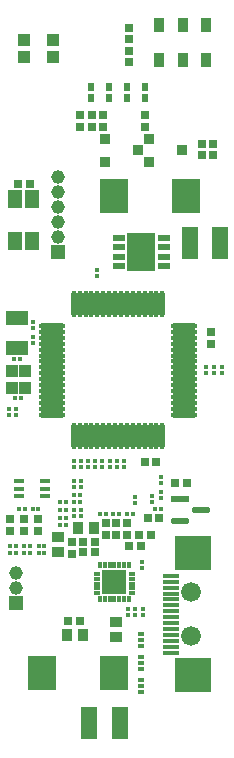
<source format=gbr>
%FSTAX26Y26*%
%MOMM*%
%SFA1B1*%

%IPPOS*%
%AMD35*
4,1,8,0.500380,0.287020,-0.500380,0.287020,-0.787400,0.000000,-0.787400,0.000000,-0.500380,-0.287020,0.500380,-0.287020,0.787400,0.000000,0.787400,0.000000,0.500380,0.287020,0.0*
1,1,0.572120,0.500380,0.000000*
1,1,0.572120,-0.500380,0.000000*
1,1,0.572120,-0.500380,0.000000*
1,1,0.572120,0.500380,0.000000*
%
%AMD70*
4,1,8,-0.294640,0.050800,-0.294640,-0.050800,-0.185420,-0.160020,0.185420,-0.160020,0.294640,-0.050800,0.294640,0.050800,0.185420,0.160020,-0.185420,0.160020,-0.294640,0.050800,0.0*
1,1,0.220000,-0.185420,0.050800*
1,1,0.220000,-0.185420,-0.050800*
1,1,0.220000,0.185420,-0.050800*
1,1,0.220000,0.185420,0.050800*
%
%AMD71*
4,1,8,-0.050800,-0.294640,0.050800,-0.294640,0.160020,-0.185420,0.160020,0.185420,0.050800,0.294640,-0.050800,0.294640,-0.160020,0.185420,-0.160020,-0.185420,-0.050800,-0.294640,0.0*
1,1,0.220000,-0.050800,-0.185420*
1,1,0.220000,0.050800,-0.185420*
1,1,0.220000,0.050800,0.185420*
1,1,0.220000,-0.050800,0.185420*
%
%ADD14R,0.599999X0.374999*%
%ADD15R,0.599999X0.376999*%
%ADD26R,2.399995X2.899994*%
%ADD27R,1.399997X2.799994*%
%ADD30R,0.899998X0.399999*%
G04~CAMADD=35~8~0.0~0.0~619.6~225.2~112.6~0.0~15~0.0~0.0~0.0~0.0~0~0.0~0.0~0.0~0.0~0~0.0~0.0~0.0~0.0~619.6~225.2*
%ADD35D35*%
%ADD36R,1.573897X0.572129*%
%ADD38R,0.499999X0.699999*%
%ADD65R,1.102398X0.502399*%
%ADD66R,2.452395X3.252393*%
%ADD67R,1.202398X1.552397*%
%ADD68R,1.027398X1.052398*%
%ADD69R,0.952398X0.922398*%
G04~CAMADD=70~8~0.0~0.0~126.0~232.3~43.3~0.0~15~0.0~0.0~0.0~0.0~0~0.0~0.0~0.0~0.0~0~0.0~0.0~0.0~90.0~233.0~126.0*
%ADD70D70*%
G04~CAMADD=71~8~0.0~0.0~126.0~232.3~43.3~0.0~15~0.0~0.0~0.0~0.0~0~0.0~0.0~0.0~0.0~0~0.0~0.0~0.0~180.0~126.0~232.0*
%ADD71D71*%
%ADD72R,2.019996X2.019996*%
%ADD73R,0.999998X0.849998*%
%ADD74R,0.849998X0.999998*%
%ADD75R,0.699999X0.699999*%
%ADD76R,0.699999X0.699999*%
%ADD77R,0.399999X0.349999*%
%ADD78R,0.349999X0.399999*%
%ADD79O,2.252395X0.452399*%
%ADD80O,0.452399X2.252395*%
%ADD81R,3.152394X2.852394*%
%ADD82R,1.352397X0.452399*%
%ADD83R,1.952396X1.152398*%
%ADD84R,1.002398X1.102398*%
%ADD85R,0.872398X1.232398*%
%ADD86C,1.152398*%
%ADD87R,1.152398X1.152398*%
%ADD88C,1.676397*%
%LNpcb_soldermask_top-1*%
%LPD*%
G54D14*
X11726595Y06858D03*
Y07366D03*
X1172657Y087884D03*
Y092964D03*
X11726595Y107188D03*
Y112268D03*
G54D15*
X11726595Y0635D03*
X1172657Y082804D03*
X11726595Y102108D03*
G54D26*
X03325393Y079502D03*
X09425381D03*
X15521381Y483108D03*
X09421393D03*
G54D27*
X07335977Y03683D03*
X09935997D03*
X18470397Y443484D03*
X15870377D03*
G54D30*
X03614597Y22895788D03*
Y235458D03*
Y24195786D03*
X01414576D03*
Y235458D03*
Y22895788D03*
G54D35*
X15091232Y20792389D03*
X16861942Y217424D03*
G54D36*
X15091232Y22692385D03*
G54D38*
X10541Y56649188D03*
X12065025Y56641974D03*
Y57541972D03*
X10541Y57549186D03*
X090424D03*
X07543825Y57567372D03*
Y56667349D03*
X090424Y56649188D03*
G54D65*
X136652Y42405579D03*
Y43205577D03*
Y44005576D03*
Y448056D03*
X09865182D03*
Y44005576D03*
Y43205577D03*
Y42405579D03*
G54D66*
X11765178Y43605577D03*
G54D67*
X02553792Y44504178D03*
Y48104196D03*
X01103782D03*
Y44504178D03*
G54D68*
X04285488Y60132976D03*
Y61532998D03*
X01810486D03*
Y60132976D03*
G54D69*
X12447574Y51236981D03*
Y53156993D03*
X11453799Y52197D03*
X08713774Y53156993D03*
Y51236981D03*
X15187599Y52197D03*
G54D70*
X08034578Y14724608D03*
Y15124607D03*
Y15524581D03*
Y1592458D03*
Y1632458D03*
X10964595D03*
Y1592458D03*
Y15524581D03*
Y15124607D03*
Y14724608D03*
G54D71*
X08299577Y14189583D03*
X08699576D03*
X09099575D03*
X094996D03*
X09899599D03*
X10299598D03*
X10699597D03*
Y171196D03*
X10299598D03*
X09899599D03*
X094996D03*
X09099575D03*
X08699576D03*
X08299577D03*
G54D72*
X094996Y15654578D03*
G54D73*
X096012Y10983188D03*
Y12283186D03*
X04724374Y18165394D03*
Y19465391D03*
G54D74*
X05496788Y112014D03*
X06796786D03*
X07751597Y20226578D03*
X064516D03*
G54D75*
X05545175Y123698D03*
X06545199D03*
X10752175Y18742177D03*
X11752199D03*
X12615799Y196596D03*
X13301599Y211074D03*
X15638399Y24003D03*
X13047599Y258064D03*
X14638375Y24003D03*
X12047575Y258064D03*
X07840599Y19083578D03*
Y18194578D03*
X11615775Y196596D03*
X12301575Y211074D03*
X06840601Y19083578D03*
X06840575Y18194578D03*
X02328799Y493776D03*
X01328775D03*
X16873575Y518414D03*
X17873599D03*
Y527304D03*
X16873575D03*
G54D76*
X05867374Y18059196D03*
X08763Y19621779D03*
X09651974Y19613778D03*
Y20613776D03*
X08763Y20621777D03*
X10541Y20613776D03*
Y19613778D03*
X05867374Y19059169D03*
X03048Y19997801D03*
Y20997799D03*
X01854174Y20997773D03*
Y19997775D03*
X006604D03*
Y20997799D03*
X176784Y35847375D03*
Y36847399D03*
X12065Y54160775D03*
Y55160799D03*
X10726978Y59641181D03*
Y60641179D03*
Y61596981D03*
Y62596979D03*
X06604Y55160799D03*
Y54160775D03*
X075692D03*
X085344D03*
Y55160799D03*
X075692D03*
G54D77*
X106172Y12830987D03*
Y13330986D03*
X112776D03*
Y12830987D03*
X119126D03*
Y13330986D03*
X11835155Y16824401D03*
Y173244D03*
X127Y22457587D03*
Y22957586D03*
X134366Y22762387D03*
Y23262386D03*
Y24032387D03*
Y24532386D03*
X103124Y254254D03*
Y25925399D03*
X112014Y22855986D03*
Y22355987D03*
X097028Y25429387D03*
Y25929386D03*
X090932Y25925399D03*
Y254254D03*
X084836D03*
Y25925399D03*
X07874D03*
Y254254D03*
X072644D03*
Y25925399D03*
X066548D03*
Y254254D03*
X060452D03*
Y25925399D03*
X060706Y24176786D03*
X067056D03*
Y23676787D03*
X060706D03*
Y21738386D03*
X067056D03*
Y21238387D03*
X060706D03*
X011938Y297942D03*
Y30294199D03*
X005588D03*
Y297942D03*
X025654Y35894187D03*
Y36394186D03*
Y37138787D03*
Y37638786D03*
X080518Y41583787D03*
Y42083786D03*
X17272Y33824799D03*
Y33324799D03*
X179578D03*
Y33824799D03*
X186436D03*
Y33324799D03*
G54D78*
X03077387Y181102D03*
X03577386D03*
Y187452D03*
X03077387D03*
X05431586Y20447D03*
Y21082D03*
X08258987Y21394978D03*
X08758986D03*
X09401987D03*
X09901986D03*
X10544987Y213868D03*
X11044986D03*
X12932587Y21844D03*
X13432586D03*
X06574586Y224028D03*
X06074587D03*
Y230378D03*
X06574586D03*
X05431586Y224028D03*
Y21717D03*
X04931587D03*
Y224028D03*
X03065399Y218186D03*
X025654D03*
X04931587Y21082D03*
Y20447D03*
X01926386Y218186D03*
X01426387D03*
X01189786Y187452D03*
X00689787D03*
Y181102D03*
X01189786D03*
X01883587D03*
X02383586D03*
Y187452D03*
X01883587D03*
X01602359Y31201715D03*
X0110236D03*
X01019987Y345186D03*
X01519986D03*
G54D79*
X1540482Y29827296D03*
Y30327295D03*
Y30827294D03*
Y31327293D03*
Y31827292D03*
Y32327291D03*
Y3282729D03*
Y33327314D03*
Y33827288D03*
Y34327287D03*
Y34827286D03*
Y35327285D03*
Y35827309D03*
Y36327308D03*
Y36827307D03*
Y37327281D03*
X04204817Y37327306D03*
Y36827307D03*
Y36327308D03*
Y35827309D03*
Y35327285D03*
Y34827286D03*
Y34327287D03*
Y33827288D03*
Y33327289D03*
Y3282729D03*
Y32327291D03*
Y31827292D03*
Y31327293D03*
Y30827294D03*
Y30327295D03*
Y29827296D03*
G54D80*
X13054838Y27977287D03*
X13554837D03*
X12554839D03*
X1205484D03*
X11554841D03*
X11054816D03*
X10554817D03*
X10054818D03*
X09554845Y27977312D03*
X0905482Y27977287D03*
X08554821D03*
X08054822D03*
X07554823D03*
X07054824D03*
X06554825D03*
X06054826D03*
X13054838Y3917729D03*
X13554837D03*
X12554839D03*
X1205484D03*
X11554815D03*
X11054816D03*
X10554817D03*
X10054818D03*
X09554819D03*
X0905482D03*
X08554821D03*
X08054822D03*
X07554823D03*
X07054824D03*
X06554825D03*
X06054826D03*
G54D81*
X16165576Y077486D03*
Y18108599D03*
G54D82*
X14305584Y09678593D03*
Y10178592D03*
Y10678591D03*
Y1117859D03*
Y11678589D03*
Y12178588D03*
Y12678587D03*
Y13178586D03*
Y13678585D03*
Y14178584D03*
Y14678583D03*
Y15178608D03*
Y15678581D03*
Y16178606D03*
G54D83*
X0127Y35478389D03*
Y37978384D03*
G54D84*
X00785545Y32077431D03*
X0193553D03*
Y33527441D03*
X00785545D03*
G54D85*
X15273578Y59854998D03*
X17233595D03*
Y62814987D03*
X15273578D03*
X13313587D03*
Y59854998D03*
G54D86*
X011938Y151384D03*
Y164084D03*
X04699Y449072D03*
Y461772D03*
Y474472D03*
Y48717174D03*
Y49987174D03*
G54D87*
X011938Y138684D03*
X04699Y436372D03*
G54D88*
X16165576Y077486D03*
X159766Y110744D03*
X159512Y147828D03*
X16165576Y18108599D03*
M02*
</source>
